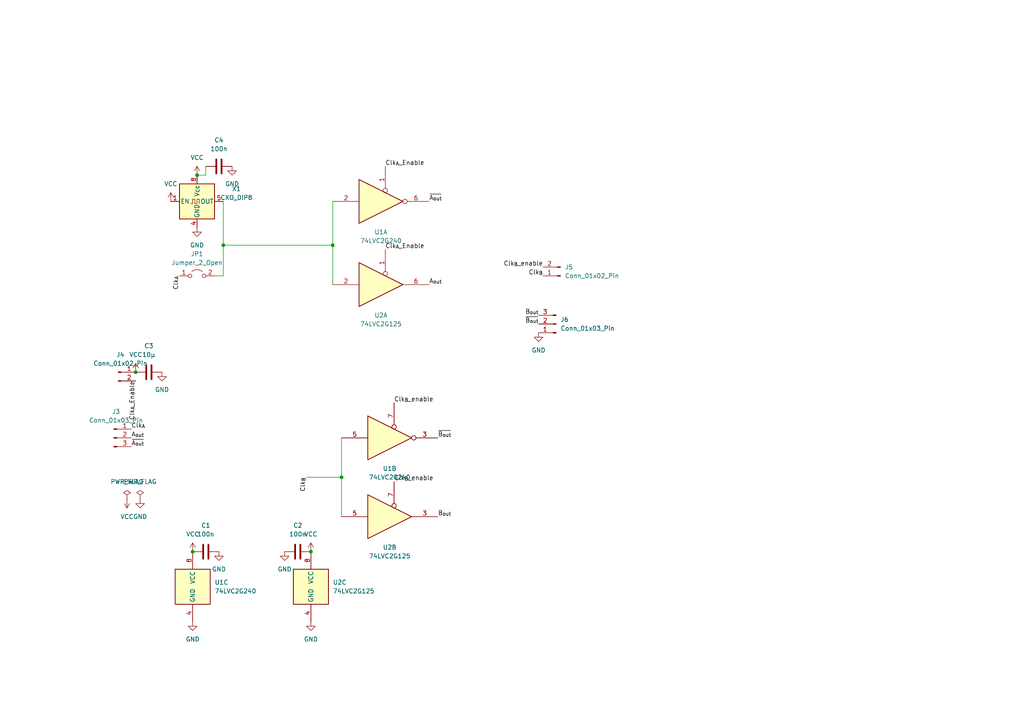
<source format=kicad_sch>
(kicad_sch (version 20230121) (generator eeschema)
  (paper "A4")
  (lib_symbols
    (symbol "74xGxx:74LVC2G125"
      (property "Reference" "U" (at 2.54 7.62 0))
      (property "Value" "74LVC2G125" (at 2.54 -7.62 0))
      (symbol "74LVC2G125_1_1"
        (polyline (pts (xy -7.62 6.35) (xy -7.62 -6.35) (xy 5.08 0) (xy -7.62 6.35)) (stroke (width 0.254)) (fill (type background)))
        (pin input inverted (at 0 10.16 270) (length 7.62) (name "~") (number "1"))
        (pin input line (at -15.24 0 0) (length 7.62) (name "~") (number "2"))
        (pin tri_state line (at 12.7 0 180) (length 7.62) (name "~") (number "6"))
      )
      (symbol "74LVC2G125_2_1"
        (polyline (pts (xy -7.62 6.35) (xy -7.62 -6.35) (xy 5.08 0) (xy -7.62 6.35)) (stroke (width 0.254)) (fill (type background)))
        (pin tri_state line (at 12.7 0 180) (length 7.62) (name "~") (number "3"))
        (pin input line (at -15.24 0 0) (length 7.62) (name "~") (number "5"))
        (pin input inverted (at 0 10.16 270) (length 7.62) (name "~") (number "7"))
      )
      (symbol "74LVC2G125_3_0"
        (rectangle (start -5.08 -5.08) (end 5.08 5.08) (stroke (width 0.254)) (fill (type background)))
      )
      (symbol "74LVC2G125_3_1"
        (pin power_in line (at 0 -10.16 90) (length 5.08) (name "GND") (number "4"))
        (pin power_in line (at 0 10.16 270) (length 5.08) (name "VCC") (number "8"))
      )
    )
    (symbol "74xGxx:74LVC2G240"
      (property "Reference" "U" (at 2.54 5.08 0))
      (property "Value" "74LVC2G240" (at 5.08 -5.08 0))
      (symbol "74LVC2G240_1_1"
        (polyline (pts (xy -7.62 6.35) (xy -7.62 -6.35) (xy 5.08 0) (xy -7.62 6.35)) (stroke (width 0.254)) (fill (type background)))
        (pin input inverted (at 0 10.16 270) (length 7.62) (name "~") (number "1"))
        (pin input line (at -15.24 0 0) (length 7.62) (name "~") (number "2"))
        (pin tri_state inverted (at 12.7 0 180) (length 7.62) (name "~") (number "6"))
      )
      (symbol "74LVC2G240_2_1"
        (polyline (pts (xy -7.62 6.35) (xy -7.62 -6.35) (xy 5.08 0) (xy -7.62 6.35)) (stroke (width 0.254)) (fill (type background)))
        (pin tri_state inverted (at 12.7 0 180) (length 7.62) (name "~") (number "3"))
        (pin input line (at -15.24 0 0) (length 7.62) (name "~") (number "5"))
        (pin input inverted (at 0 10.16 270) (length 7.62) (name "~") (number "7"))
      )
      (symbol "74LVC2G240_3_0"
        (rectangle (start -5.08 -5.08) (end 5.08 5.08) (stroke (width 0.254)) (fill (type background)))
      )
      (symbol "74LVC2G240_3_1"
        (pin power_in line (at 0 -10.16 90) (length 5.08) (name "GND") (number "4"))
        (pin power_in line (at 0 10.16 270) (length 5.08) (name "VCC") (number "8"))
      )
    )
    (symbol "Connector:Conn_01x02_Pin" (pin_names (offset 1.016) hide)
      (property "Reference" "J" (at 0 2.54 0))
      (property "Value" "Conn_01x02_Pin" (at 0 -5.08 0))
      (symbol "Conn_01x02_Pin_1_1"
        (polyline (pts (xy 1.27 -2.54) (xy 0.8636 -2.54)) (stroke (width 0.1524)))
        (polyline (pts (xy 1.27 0) (xy 0.8636 0)) (stroke (width 0.1524)))
        (rectangle (start 0.8636 -2.413) (end 0 -2.667) (stroke (width 0.1524)) (fill (type outline)))
        (rectangle (start 0.8636 0.127) (end 0 -0.127) (stroke (width 0.1524)) (fill (type outline)))
        (pin passive line (at 5.08 0 180) (length 3.81) (name "Pin_1") (number "1"))
        (pin passive line (at 5.08 -2.54 180) (length 3.81) (name "Pin_2") (number "2"))
      )
    )
    (symbol "Connector:Conn_01x03_Pin" (pin_names (offset 1.016) hide)
      (property "Reference" "J" (at 0 5.08 0))
      (property "Value" "Conn_01x03_Pin" (at 0 -5.08 0))
      (symbol "Conn_01x03_Pin_1_1"
        (polyline (pts (xy 1.27 -2.54) (xy 0.8636 -2.54)) (stroke (width 0.1524)))
        (polyline (pts (xy 1.27 0) (xy 0.8636 0)) (stroke (width 0.1524)))
        (polyline (pts (xy 1.27 2.54) (xy 0.8636 2.54)) (stroke (width 0.1524)))
        (rectangle (start 0.8636 -2.413) (end 0 -2.667) (stroke (width 0.1524)) (fill (type outline)))
        (rectangle (start 0.8636 0.127) (end 0 -0.127) (stroke (width 0.1524)) (fill (type outline)))
        (rectangle (start 0.8636 2.667) (end 0 2.413) (stroke (width 0.1524)) (fill (type outline)))
        (pin passive line (at 5.08 2.54 180) (length 3.81) (name "Pin_1") (number "1"))
        (pin passive line (at 5.08 0 180) (length 3.81) (name "Pin_2") (number "2"))
        (pin passive line (at 5.08 -2.54 180) (length 3.81) (name "Pin_3") (number "3"))
      )
    )
    (symbol "Device:C" (pin_numbers hide) (pin_names (offset 0.254))
      (property "Reference" "C" (at 0.635 2.54 0))
      (property "Value" "C" (at 0.635 -2.54 0))
      (symbol "C_0_1"
        (polyline (pts (xy -2.032 -0.762) (xy 2.032 -0.762)) (stroke (width 0.508)))
        (polyline (pts (xy -2.032 0.762) (xy 2.032 0.762)) (stroke (width 0.508)))
      )
      (symbol "C_1_1"
        (pin passive line (at 0 3.81 270) (length 2.794) (name "~") (number "1"))
        (pin passive line (at 0 -3.81 90) (length 2.794) (name "~") (number "2"))
      )
    )
    (symbol "Jumper:Jumper_2_Open" (pin_names (offset 0) hide)
      (property "Reference" "JP" (at 0 2.794 0))
      (property "Value" "Jumper_2_Open" (at 0 -2.286 0))
      (symbol "Jumper_2_Open_0_0"
        (circle (center -2.032 0) (radius 0.508))
        (circle (center 2.032 0) (radius 0.508))
      )
      (symbol "Jumper_2_Open_0_1"
        (arc (start 1.524 1.27) (mid 0 1.778) (end -1.524 1.27))
      )
      (symbol "Jumper_2_Open_1_1"
        (pin passive line (at -5.08 0 0) (length 2.54) (name "A") (number "1"))
        (pin passive line (at 5.08 0 180) (length 2.54) (name "B") (number "2"))
      )
    )
    (symbol "Oscillator:CXO_DIP8" (pin_names (offset 0.254))
      (property "Reference" "X" (at -5.08 6.35 0))
      (property "Value" "CXO_DIP8" (at 1.27 -6.35 0))
      (symbol "CXO_DIP8_0_1"
        (rectangle (start -5.08 5.08) (end 5.08 -5.08) (stroke (width 0.254)) (fill (type background)))
        (polyline (pts (xy -1.905 -0.635) (xy -1.27 -0.635) (xy -1.27 0.635) (xy -0.635 0.635) (xy -0.635 -0.635) (xy 0 -0.635) (xy 0 0.635) (xy 0.635 0.635) (xy 0.635 -0.635)))
      )
      (symbol "CXO_DIP8_1_1"
        (pin input line (at -7.62 0 0) (length 2.54) (name "EN") (number "1"))
        (pin power_in line (at 0 -7.62 90) (length 2.54) (name "GND") (number "4"))
        (pin output line (at 7.62 0 180) (length 2.54) (name "OUT") (number "5"))
        (pin power_in line (at 0 7.62 270) (length 2.54) (name "Vcc") (number "8"))
      )
    )
    (symbol "power:GND" (power) (pin_names (offset 0))
      (property "Value" "GND" (at 0 -3.81 0))
      (symbol "GND_0_1"
        (polyline (pts (xy 0 0) (xy 0 -1.27) (xy 1.27 -1.27) (xy 0 -2.54) (xy -1.27 -1.27) (xy 0 -1.27)))
      )
      (symbol "GND_1_1"
        (pin power_in line (at 0 0 270) (length 0) hide (name "GND") (number "1"))
      )
    )
    (symbol "power:PWR_FLAG" (power) (pin_numbers hide) (pin_names (offset 0) hide)
      (property "Value" "PWR_FLAG" (at 0 3.81 0))
      (symbol "PWR_FLAG_0_0"
        (pin power_out line (at 0 0 90) (length 0) (name "pwr") (number "1"))
      )
      (symbol "PWR_FLAG_0_1"
        (polyline (pts (xy 0 0) (xy 0 1.27) (xy -1.016 1.905) (xy 0 2.54) (xy 1.016 1.905) (xy 0 1.27)))
      )
    )
    (symbol "power:VCC" (power) (pin_names (offset 0))
      (property "Value" "VCC" (at 0 3.81 0))
      (symbol "VCC_0_1"
        (polyline (pts (xy -0.762 1.27) (xy 0 2.54)))
        (polyline (pts (xy 0 0) (xy 0 2.54)))
        (polyline (pts (xy 0 2.54) (xy 0.762 1.27)))
      )
      (symbol "VCC_1_1"
        (pin power_in line (at 0 0 90) (length 0) hide (name "VCC") (number "1"))
      )
    )
  )
  (junction (at 64.77 71.12))
  (junction (at 39.37 107.95))
  (junction (at 96.52 71.12))
  (junction (at 57.15 50.8))
  (junction (at 55.88 160.02))
  (junction (at 99.06 138.43))
  (junction (at 90.17 160.02))
  (wire (pts (xy 64.77 71.12) (xy 64.77 58.42)))
  (wire (pts (xy 64.77 71.12) (xy 96.52 71.12)))
  (wire (pts (xy 62.23 80.01) (xy 64.77 80.01)))
  (wire (pts (xy 88.9 138.43) (xy 99.06 138.43)))
  (wire (pts (xy 59.69 50.8) (xy 57.15 50.8)))
  (wire (pts (xy 99.06 127) (xy 99.06 138.43)))
  (wire (pts (xy 59.69 48.26) (xy 59.69 50.8)))
  (wire (pts (xy 96.52 71.12) (xy 96.52 82.55)))
  (wire (pts (xy 99.06 138.43) (xy 99.06 149.86)))
  (wire (pts (xy 96.52 58.42) (xy 96.52 71.12)))
  (wire (pts (xy 64.77 80.01) (xy 64.77 71.12)))
  (label "~{A_{out}}" (at 38.1 129.54 0))
  (label "Clk_{A}_Enable" (at 111.76 72.39 0))
  (label "~{A_{out}}" (at 124.46 58.42 0))
  (label "Clk_{A}" (at 38.1 124.46 0))
  (label "Clk_{A}_Enable" (at 111.76 48.26 0))
  (label "Clk_{B}_enable" (at 114.3 116.84 0))
  (label "Clk_{B}_enable" (at 114.3 139.7 0))
  (label "A_{out}" (at 38.1 127 0))
  (label "Clk_{B}" (at 157.48 80.01 180))
  (label "A_{out}" (at 124.46 82.55 0))
  (label "~{B_{out}}" (at 127 127 0))
  (label "Clk_{A}" (at 52.07 80.01 270))
  (label "B_{out}" (at 127 149.86 0))
  (label "Clk_{B}" (at 88.9 138.43 270))
  (label "Clk_{B}_enable" (at 157.48 77.47 180))
  (label "~{B_{out}}" (at 156.21 93.98 180))
  (label "Clk_{A}_Enable" (at 39.37 110.49 270))
  (label "B_{out}" (at 156.21 91.44 180))
  (symbol (lib_id "power:GND") (at 156.21 96.52 0) (unit 1)
    (property "Reference" "#PWR06" (effects hide))
    (property "Value" "GND" (at 156.21 101.6 0))
  )
  (symbol (lib_id "Jumper:Jumper_2_Open") (at 57.15 80.01 0) (unit 1)
    (property "Reference" "JP1" (at 57.15 73.66 0))
    (property "Value" "Jumper_2_Open" (at 57.15 76.2 0))
    (property "Footprint" "Jumper:SolderJumper-2_P1.3mm_Open_RoundedPad1.0x1.5mm" (effects hide))
  )
  (symbol (lib_id "Device:C") (at 43.18 107.95 90) (unit 1)
    (property "Reference" "C3" (at 43.18 100.33 90))
    (property "Value" "10µ" (at 43.18 102.87 90))
    (property "Footprint" "Capacitor_SMD:C_0805_2012Metric_Pad1.18x1.45mm_HandSolder" (effects hide))
  )
  (symbol (lib_id "power:GND") (at 63.5 160.02 0) (unit 1)
    (property "Reference" "#PWR09" (effects hide))
    (property "Value" "GND" (at 63.5 165.1 0))
  )
  (symbol (lib_id "power:GND") (at 46.99 107.95 0) (unit 1)
    (property "Reference" "#PWR011" (effects hide))
    (property "Value" "GND" (at 46.99 113.03 0))
  )
  (symbol (lib_id "power:VCC") (at 55.88 160.02 0) (unit 1)
    (property "Reference" "#PWR01" (effects hide))
    (property "Value" "VCC" (at 55.88 154.94 0))
  )
  (symbol (lib_id "power:GND") (at 82.55 160.02 0) (unit 1)
    (property "Reference" "#PWR010" (effects hide))
    (property "Value" "GND" (at 82.55 165.1 0))
  )
  (symbol (lib_id "74xGxx:74LVC2G125") (at 90.17 170.18 0) (unit 3)
    (property "Reference" "U2" (at 96.52 168.91 0) (effects (justify left)))
    (property "Value" "74LVC2G125" (at 96.52 171.45 0) (effects (justify left)))
    (property "Footprint" "Package_SO:TSSOP-8_3x3mm_P0.65mm" (effects hide))
    (property "Datasheet" "http://www.ti.com/lit/sg/scyt129e/scyt129e.pdf" (effects hide))
  )
  (symbol (lib_id "Connector:Conn_01x02_Pin") (at 34.29 107.95 0) (unit 1)
    (property "Reference" "J4" (at 34.925 102.87 0))
    (property "Value" "Conn_01x02_Pin" (at 34.925 105.41 0))
    (property "Footprint" "Connector_PinHeader_2.54mm:PinHeader_1x02_P2.54mm_Vertical" (effects hide))
  )
  (symbol (lib_id "power:PWR_FLAG") (at 40.64 144.78 0) (unit 1)
    (property "Reference" "#FLG02" (effects hide))
    (property "Value" "PWR_FLAG" (at 40.64 139.7 0))
  )
  (symbol (lib_id "power:GND") (at 90.17 180.34 0) (unit 1)
    (property "Reference" "#PWR08" (effects hide))
    (property "Value" "GND" (at 90.17 185.42 0))
  )
  (symbol (lib_id "Device:C") (at 59.69 160.02 90) (unit 1)
    (property "Reference" "C1" (at 59.69 152.4 90))
    (property "Value" "100n" (at 59.69 154.94 90))
    (property "Footprint" "Capacitor_SMD:C_0805_2012Metric_Pad1.18x1.45mm_HandSolder" (effects hide))
  )
  (symbol (lib_id "power:GND") (at 57.15 66.04 0) (unit 1)
    (property "Reference" "#PWR015" (effects hide))
    (property "Value" "GND" (at 57.15 71.12 0))
  )
  (symbol (lib_id "power:VCC") (at 36.83 144.78 180) (unit 1)
    (property "Reference" "#PWR013" (effects hide))
    (property "Value" "VCC" (at 36.83 149.86 0))
  )
  (symbol (lib_id "74xGxx:74LVC2G240") (at 114.3 127 0) (unit 2)
    (property "Reference" "U1" (at 113.03 135.89 0))
    (property "Value" "74LVC2G240" (at 113.03 138.43 0))
    (property "Footprint" "Package_SO:TSSOP-8_3x3mm_P0.65mm" (effects hide))
    (property "Datasheet" "http://www.ti.com/lit/sg/scyt129e/scyt129e.pdf" (effects hide))
  )
  (symbol (lib_id "Connector:Conn_01x02_Pin") (at 162.56 80.01 180) (unit 1)
    (property "Reference" "J5" (at 163.83 77.47 0) (effects (justify right)))
    (property "Value" "Conn_01x02_Pin" (at 163.83 80.01 0) (effects (justify right)))
    (property "Footprint" "Connector_PinHeader_2.54mm:PinHeader_1x02_P2.54mm_Vertical" (effects hide))
  )
  (symbol (lib_id "power:VCC") (at 57.15 50.8 0) (unit 1)
    (property "Reference" "#PWR04" (effects hide))
    (property "Value" "VCC" (at 57.15 45.72 0))
  )
  (symbol (lib_id "power:GND") (at 40.64 144.78 0) (unit 1)
    (property "Reference" "#PWR012" (effects hide))
    (property "Value" "GND" (at 40.64 149.86 0))
  )
  (symbol (lib_id "power:VCC") (at 90.17 160.02 0) (unit 1)
    (property "Reference" "#PWR02" (effects hide))
    (property "Value" "VCC" (at 90.17 154.94 0))
  )
  (symbol (lib_id "power:GND") (at 67.31 48.26 0) (unit 1)
    (property "Reference" "#PWR014" (effects hide))
    (property "Value" "GND" (at 67.31 53.34 0))
  )
  (symbol (lib_id "power:PWR_FLAG") (at 36.83 144.78 0) (unit 1)
    (property "Reference" "#FLG01" (effects hide))
    (property "Value" "PWR_FLAG" (at 36.83 139.7 0))
  )
  (symbol (lib_id "Oscillator:CXO_DIP8") (at 57.15 58.42 0) (unit 1)
    (property "Reference" "X1" (at 68.58 54.7721 0))
    (property "Value" "CXO_DIP8" (at 68.58 57.3121 0))
    (property "Footprint" "Oscillator:Oscillator_DIP-8" (effects hide))
    (property "Datasheet" "http://cdn-reichelt.de/documents/datenblatt/B400/OSZI.pdf" (effects hide))
  )
  (symbol (lib_id "power:GND") (at 55.88 180.34 0) (unit 1)
    (property "Reference" "#PWR07" (effects hide))
    (property "Value" "GND" (at 55.88 185.42 0))
  )
  (symbol (lib_id "Device:C") (at 63.5 48.26 90) (unit 1)
    (property "Reference" "C4" (at 63.5 40.64 90))
    (property "Value" "100n" (at 63.5 43.18 90))
    (property "Footprint" "Capacitor_SMD:C_0805_2012Metric_Pad1.18x1.45mm_HandSolder" (effects hide))
  )
  (symbol (lib_id "power:VCC") (at 49.53 58.42 0) (unit 1)
    (property "Reference" "#PWR05" (effects hide))
    (property "Value" "VCC" (at 49.53 53.34 0))
  )
  (symbol (lib_id "74xGxx:74LVC2G240") (at 111.76 58.42 0) (unit 1)
    (property "Reference" "U1" (at 110.49 67.31 0))
    (property "Value" "74LVC2G240" (at 110.49 69.85 0))
    (property "Footprint" "Package_SO:TSSOP-8_3x3mm_P0.65mm" (effects hide))
    (property "Datasheet" "http://www.ti.com/lit/sg/scyt129e/scyt129e.pdf" (effects hide))
  )
  (symbol (lib_id "Device:C") (at 86.36 160.02 90) (unit 1)
    (property "Reference" "C2" (at 86.36 152.4 90))
    (property "Value" "100n" (at 86.36 154.94 90))
    (property "Footprint" "Capacitor_SMD:C_0805_2012Metric_Pad1.18x1.45mm_HandSolder" (effects hide))
  )
  (symbol (lib_id "Connector:Conn_01x03_Pin") (at 33.02 127 0) (unit 1)
    (property "Reference" "J3" (at 33.655 119.38 0))
    (property "Value" "Conn_01x03_Pin" (at 33.655 121.92 0))
    (property "Footprint" "Connector_PinHeader_2.54mm:PinHeader_1x03_P2.54mm_Vertical" (effects hide))
  )
  (symbol (lib_id "Connector:Conn_01x03_Pin") (at 161.29 93.98 180) (unit 1)
    (property "Reference" "J6" (at 162.56 92.71 0) (effects (justify right)))
    (property "Value" "Conn_01x03_Pin" (at 162.56 95.25 0) (effects (justify right)))
    (property "Footprint" "Connector_PinHeader_2.54mm:PinHeader_1x03_P2.54mm_Vertical" (effects hide))
  )
  (symbol (lib_id "power:VCC") (at 39.37 107.95 0) (unit 1)
    (property "Reference" "#PWR03" (effects hide))
    (property "Value" "VCC" (at 39.37 102.87 0))
  )
  (symbol (lib_id "74xGxx:74LVC2G125") (at 114.3 149.86 0) (unit 2)
    (property "Reference" "U2" (at 113.03 158.75 0))
    (property "Value" "74LVC2G125" (at 113.03 161.29 0))
    (property "Footprint" "Package_SO:TSSOP-8_3x3mm_P0.65mm" (effects hide))
    (property "Datasheet" "http://www.ti.com/lit/sg/scyt129e/scyt129e.pdf" (effects hide))
  )
  (symbol (lib_id "74xGxx:74LVC2G240") (at 55.88 170.18 0) (unit 3)
    (property "Reference" "U1" (at 62.23 168.91 0) (effects (justify left)))
    (property "Value" "74LVC2G240" (at 62.23 171.45 0) (effects (justify left)))
    (property "Footprint" "Package_SO:TSSOP-8_3x3mm_P0.65mm" (effects hide))
    (property "Datasheet" "http://www.ti.com/lit/sg/scyt129e/scyt129e.pdf" (effects hide))
  )
  (symbol (lib_id "74xGxx:74LVC2G125") (at 111.76 82.55 0) (unit 1)
    (property "Reference" "U2" (at 110.49 91.44 0))
    (property "Value" "74LVC2G125" (at 110.49 93.98 0))
    (property "Footprint" "Package_SO:TSSOP-8_3x3mm_P0.65mm" (effects hide))
    (property "Datasheet" "http://www.ti.com/lit/sg/scyt129e/scyt129e.pdf" (effects hide))
  )
)
</source>
